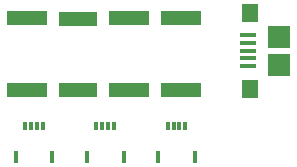
<source format=gbr>
G04 #@! TF.GenerationSoftware,KiCad,Pcbnew,(5.1.5)-3*
G04 #@! TF.CreationDate,2021-03-15T13:52:55-04:00*
G04 #@! TF.ProjectId,GelSight-Micro HDMI V2.3-INTERIM,47656c53-6967-4687-942d-4d6963726f20,rev?*
G04 #@! TF.SameCoordinates,Original*
G04 #@! TF.FileFunction,Paste,Top*
G04 #@! TF.FilePolarity,Positive*
%FSLAX46Y46*%
G04 Gerber Fmt 4.6, Leading zero omitted, Abs format (unit mm)*
G04 Created by KiCad (PCBNEW (5.1.5)-3) date 2021-03-15 13:52:55*
%MOMM*%
%LPD*%
G04 APERTURE LIST*
%ADD10R,0.300000X1.000000*%
%ADD11R,0.300000X0.700000*%
%ADD12R,1.350000X0.400000*%
%ADD13R,1.400000X1.600000*%
%ADD14R,1.900000X1.900000*%
%ADD15R,3.420000X1.240000*%
%ADD16R,3.320000X1.240000*%
G04 APERTURE END LIST*
D10*
X146256500Y-93755600D03*
X143176500Y-93755600D03*
D11*
X145466500Y-91105600D03*
X144966500Y-91105600D03*
X144466500Y-91105600D03*
X143966500Y-91105600D03*
D10*
X152276300Y-93755600D03*
X149196300Y-93755600D03*
D11*
X151486300Y-91105600D03*
X150986300Y-91105600D03*
X150486300Y-91105600D03*
X149986300Y-91105600D03*
D10*
X158296100Y-93755600D03*
X155216100Y-93755600D03*
D11*
X157506100Y-91105600D03*
X157006100Y-91105600D03*
X156506100Y-91105600D03*
X156006100Y-91105600D03*
D12*
X162780600Y-86053600D03*
X162780600Y-85403600D03*
X162780600Y-84753600D03*
X162780600Y-84103600D03*
X162780600Y-83453600D03*
D13*
X163005600Y-87953600D03*
X163005600Y-81553600D03*
D14*
X165455600Y-85953600D03*
X165455600Y-83553600D03*
D15*
X157124400Y-81977800D03*
X157124400Y-88057800D03*
X144126375Y-88057800D03*
X144126375Y-81977800D03*
D16*
X148443050Y-88057800D03*
X148443050Y-82077800D03*
D15*
X152759725Y-88057800D03*
X152759725Y-81977800D03*
M02*

</source>
